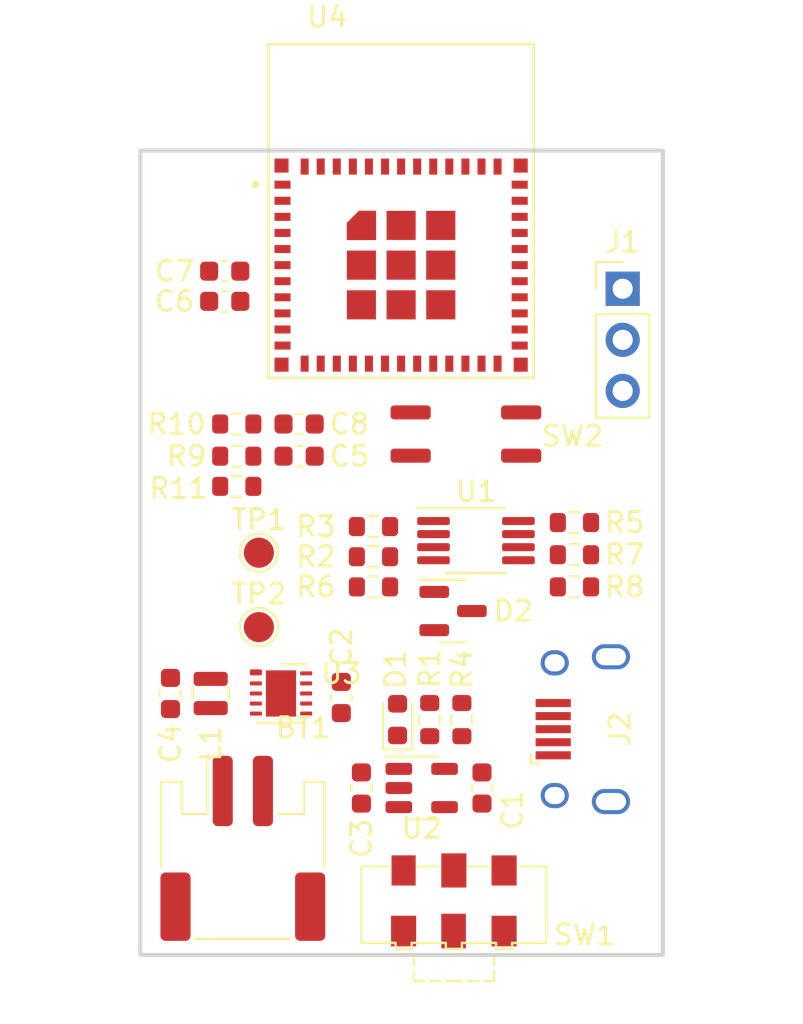
<source format=kicad_pcb>
(kicad_pcb (version 20211014) (generator pcbnew)
  (layers (0 "F.Cu" signal) (31 "B.Cu" signal) (34 "B.Paste" user) (35 "F.Paste" user) (36 "B.SilkS" user "B.Silkscreen") (37 "F.SilkS" user "F.Silkscreen") (38 "B.Mask" user) (39 "F.Mask" user) (44 "Edge.Cuts" user))
  (net 0 "")
  (net 1 "GND")
  (net 2 "+BATT")
  (net 3 "VCC")
  (net 4 "+3V3")
  (net 5 "Net-(C5-Pad1)")
  (net 6 "Net-(D1-Pad1)")
  (net 7 "Net-(D1-Pad2)")
  (net 8 "Net-(D2-Pad1)")
  (net 9 "TX")
  (net 10 "RX")
  (net 11 "USB_D-")
  (net 12 "USB_D+")
  (net 13 "Net-(L1-Pad1)")
  (net 14 "Net-(R1-Pad2)")
  (net 15 "Net-(R2-Pad2)")
  (net 16 "Net-(R5-Pad1)")
  (net 17 "Net-(R5-Pad2)")
  (net 18 "Net-(R7-Pad1)")
  (net 19 "Net-(R8-Pad1)")
  (net 20 "Net-(R10-Pad2)")
  (net 21 "Net-(R11-Pad1)")
  (net 22 "EN")
  (net 23 "Net-(SW2-Pad1)")
  (net 24 "BM_EN")
  (net 25 "BM")
  (footprint "Resistor_SMD:R_0603_1608Metric" (layer "F.Cu") (at 119.6 107.2)
    (fp_text reference "R2" (at -2.86 0) (layer "F.SilkS"))
    (fp_text value "2M")
    (fp_line (start -0.237258 0.5225) (end 0.237258 0.5225) (layer "F.SilkS") (width 0.12))
    (fp_line (start -0.237258 -0.5225) (end 0.237258 -0.5225) (layer "F.SilkS") (width 0.12))
    (pad "1" smd roundrect (at -0.825 0) (size 0.8 0.95) (layers "F.Cu" "F.Paste" "F.Mask") (net 2 "+BATT"))
    (pad "2" smd roundrect (at 0.825 0) (size 0.8 0.95) (layers "F.Cu" "F.Paste" "F.Mask") (net 15 "Net-(R2-Pad2)"))
  )
  (footprint "Capacitor_SMD:C_0603_1608Metric" (layer "F.Cu") (at 119 118.7 90)
    (fp_text reference "C3" (at -2.505 0 90) (layer "F.SilkS"))
    (fp_text value "4.7uF")
    (fp_line (start -0.14058 0.51) (end 0.14058 0.51) (layer "F.SilkS") (width 0.12))
    (fp_line (start -0.14058 -0.51) (end 0.14058 -0.51) (layer "F.SilkS") (width 0.12))
    (pad "1" smd roundrect (at -0.775 0 90) (size 0.9 0.95) (layers "F.Cu" "F.Paste" "F.Mask") (net 2 "+BATT"))
    (pad "2" smd roundrect (at 0.775 0 90) (size 0.9 0.95) (layers "F.Cu" "F.Paste" "F.Mask") (net 1 "GND"))
  )
  (footprint "Capacitor_SMD:C_0603_1608Metric" (layer "F.Cu") (at 112.2 94.5 180)
    (fp_text reference "C6" (at 2.5 0) (layer "F.SilkS"))
    (fp_text value "10uF")
    (fp_line (start -0.14058 0.51) (end 0.14058 0.51) (layer "F.SilkS") (width 0.12))
    (fp_line (start -0.14058 -0.51) (end 0.14058 -0.51) (layer "F.SilkS") (width 0.12))
    (pad "1" smd roundrect (at -0.775 0 180) (size 0.9 0.95) (layers "F.Cu" "F.Paste" "F.Mask") (net 4 "+3V3"))
    (pad "2" smd roundrect (at 0.775 0 180) (size 0.9 0.95) (layers "F.Cu" "F.Paste" "F.Mask") (net 1 "GND"))
  )
  (footprint "TestPoint:TestPoint_Pad_D1.5mm" (layer "F.Cu") (at 113.9 107)
    (fp_text reference "TP1" (at 0 -1.648) (layer "F.SilkS"))
    (fp_text value "reset")
    (fp_circle (center 0 0) (end 0 0.95) (layer "F.SilkS") (width 0.12) (fill none))
    (pad "1" smd circle (at 0 0) (size 1.5 1.5) (layers "F.Cu" "F.Mask") (net 5 "Net-(C5-Pad1)"))
  )
  (footprint "Library:USB_Micro_AdamTech_MCR-B-S-RA-SMT-CS14" (layer "F.Cu") (at 133.8675 115.775 90)
    (fp_text reference "J2" (at 0 -2 90 unlocked) (layer "F.SilkS"))
    (fp_text value "USB_B_Micro")
    (fp_line (start -1.7 -5.975) (end -1.7 -6.425) (layer "F.SilkS") (width 0.12))
    (fp_line (start -1.25 -6.425) (end -1.7 -6.425) (layer "F.SilkS") (width 0.12))
    (pad "" np_thru_hole circle (at 1.95 -4.35 90) (size 0.8 0.8) (drill 0.8) (layers F&B.Cu *.Mask))
    (pad "" np_thru_hole circle (at -1.95 -4.35 90) (size 0.8 0.8) (drill 0.8) (layers F&B.Cu *.Mask))
    (pad "1" smd rect (at -1.3 -5.325 90) (size 0.4 1.75) (layers "F.Cu" "F.Paste" "F.Mask") (net 3 "VCC"))
    (pad "2" smd rect (at -0.65 -5.325 90) (size 0.4 1.75) (layers "F.Cu" "F.Paste" "F.Mask") (net 11 "USB_D-"))
    (pad "3" smd rect (at 0 -5.325 90) (size 0.4 1.75) (layers "F.Cu" "F.Paste" "F.Mask") (net 12 "USB_D+"))
    (pad "4" smd rect (at 0.65 -5.325 90) (size 0.4 1.75) (layers "F.Cu" "F.Paste" "F.Mask") (net 1 "GND"))
    (pad "5" smd rect (at 1.3 -5.325 90) (size 0.4 1.75) (layers "F.Cu" "F.Paste" "F.Mask") (net 1 "GND"))
    (pad "6" thru_hole oval (at 3.6 -2.45 90) (size 1.25 1.9) (drill oval 0.85 1.5) (layers *.Cu *.Mask) (net 1 "GND"))
    (pad "6" thru_hole oval (at 3.3 -5.25 90) (size 1.25 1.4) (drill oval 0.85 1) (layers *.Cu *.Mask) (net 1 "GND"))
    (pad "6" thru_hole oval (at -3.3 -5.25 90) (size 1.25 1.4) (drill oval 0.85 1) (layers *.Cu *.Mask) (net 1 "GND"))
    (pad "6" thru_hole oval (at -3.6 -2.45 90) (size 1.25 1.9) (drill oval 0.85 1.5) (layers *.Cu *.Mask) (net 1 "GND"))
  )
  (footprint "Capacitor_SMD:C_0603_1608Metric" (layer "F.Cu") (at 125 118.7 -90)
    (fp_text reference "C1" (at 1.1 -1.5 90) (layer "F.SilkS"))
    (fp_text value "4.7uF")
    (fp_line (start -0.14058 0.51) (end 0.14058 0.51) (layer "F.SilkS") (width 0.12))
    (fp_line (start -0.14058 -0.51) (end 0.14058 -0.51) (layer "F.SilkS") (width 0.12))
    (pad "1" smd roundrect (at -0.775 0 270) (size 0.9 0.95) (layers "F.Cu" "F.Paste" "F.Mask") (net 3 "VCC"))
    (pad "2" smd roundrect (at 0.775 0 270) (size 0.9 0.95) (layers "F.Cu" "F.Paste" "F.Mask") (net 1 "GND"))
  )
  (footprint "Library:L_Murata_DEF20160P-xxxM=P2_2.0x1.6mm" (layer "F.Cu") (at 111.5 114 -90)
    (fp_text reference "L1" (at 2.5 0 90 unlocked) (layer "F.SilkS"))
    (fp_text value "2.2uH")
    (fp_line (start -0.3 0.9) (end 0.3 0.9) (layer "F.SilkS") (width 0.12))
    (fp_line (start -0.3 -0.9) (end 0.3 -0.9) (layer "F.SilkS") (width 0.12))
    (pad "1" smd roundrect (at 0.725 0 270) (size 0.7 1.7) (layers "F.Cu" "F.Paste" "F.Mask") (net 13 "Net-(L1-Pad1)"))
    (pad "2" smd roundrect (at -0.725 0 270) (size 0.7 1.7) (layers "F.Cu" "F.Paste" "F.Mask") (net 4 "+3V3"))
  )
  (footprint "Package_TO_SOT_SMD:SOT-23-5" (layer "F.Cu") (at 122 118.7)
    (fp_text reference "U2" (at 0 2) (layer "F.SilkS"))
    (fp_text value "MCP73831-2-OT")
    (fp_line (start 0 1.56) (end -0.8 1.56) (layer "F.SilkS") (width 0.12))
    (fp_line (start 0 -1.56) (end -1.8 -1.56) (layer "F.SilkS") (width 0.12))
    (fp_line (start 0 1.56) (end 0.8 1.56) (layer "F.SilkS") (width 0.12))
    (fp_line (start 0 -1.56) (end 0.8 -1.56) (layer "F.SilkS") (width 0.12))
    (pad "1" smd roundrect (at -1.1375 -0.95) (size 1.325 0.6) (layers "F.Cu" "F.Paste" "F.Mask") (net 6 "Net-(D1-Pad1)"))
    (pad "2" smd roundrect (at -1.1375 0) (size 1.325 0.6) (layers "F.Cu" "F.Paste" "F.Mask") (net 1 "GND"))
    (pad "3" smd roundrect (at -1.1375 0.95) (size 1.325 0.6) (layers "F.Cu" "F.Paste" "F.Mask") (net 2 "+BATT"))
    (pad "4" smd roundrect (at 1.1375 0.95) (size 1.325 0.6) (layers "F.Cu" "F.Paste" "F.Mask") (net 3 "VCC"))
    (pad "5" smd roundrect (at 1.1375 -0.95) (size 1.325 0.6) (layers "F.Cu" "F.Paste" "F.Mask") (net 14 "Net-(R1-Pad2)"))
  )
  (footprint "Package_TO_SOT_SMD:SOT-23" (layer "F.Cu") (at 123.56 109.9)
    (fp_text reference "D2" (at 3 0) (layer "F.SilkS"))
    (fp_text value "2.5v")
    (fp_line (start 0 -1.56) (end -1.675 -1.56) (layer "F.SilkS") (width 0.12))
    (fp_line (start 0 1.56) (end 0.65 1.56) (layer "F.SilkS") (width 0.12))
    (fp_line (start 0 1.56) (end -0.65 1.56) (layer "F.SilkS") (width 0.12))
    (fp_line (start 0 -1.56) (end 0.65 -1.56) (layer "F.SilkS") (width 0.12))
    (pad "1" smd roundrect (at -0.9375 -0.95) (size 1.475 0.6) (layers "F.Cu" "F.Paste" "F.Mask") (net 8 "Net-(D2-Pad1)"))
    (pad "2" smd roundrect (at -0.9375 0.95) (size 1.475 0.6) (layers "F.Cu" "F.Paste" "F.Mask") (net 1 "GND"))
    (pad "3" smd roundrect (at 0.9375 0) (size 1.475 0.6) (layers "F.Cu" "F.Paste" "F.Mask"))
  )
  (footprint "Resistor_SMD:R_0603_1608Metric" (layer "F.Cu") (at 119.6 108.7 180)
    (fp_text reference "R6" (at 2.86 0) (layer "F.SilkS"))
    (fp_text value "13.7k")
    (fp_line (start -0.237258 -0.5225) (end 0.237258 -0.5225) (layer "F.SilkS") (width 0.12))
    (fp_line (start -0.237258 0.5225) (end 0.237258 0.5225) (layer "F.SilkS") (width 0.12))
    (pad "1" smd roundrect (at -0.825 0 180) (size 0.8 0.95) (layers "F.Cu" "F.Paste" "F.Mask") (net 8 "Net-(D2-Pad1)"))
    (pad "2" smd roundrect (at 0.825 0 180) (size 0.8 0.95) (layers "F.Cu" "F.Paste" "F.Mask") (net 2 "+BATT"))
  )
  (footprint "SnapEDA Library:XCVR_ESP32-C3-MINI-1-N4" (layer "F.Cu") (at 120.975 90)
    (fp_text reference "U4" (at -3.675 -9.635) (layer "F.SilkS"))
    (fp_text value "ESP32-C3-MINI-1-N4")
    (fp_line (start -6.6 -8.3) (end 6.6 -8.3) (layer "F.SilkS") (width 0.127))
    (fp_line (start 6.6 -8.3) (end 6.6 8.3) (layer "F.SilkS") (width 0.127))
    (fp_line (start -6.6 8.3) (end -6.6 -8.3) (layer "F.SilkS") (width 0.127))
    (fp_line (start -6.6 8.3) (end 6.6 8.3) (layer "F.SilkS") (width 0.127))
    (fp_circle (center -7.25 -1.3) (end -7.15 -1.3) (layer "F.SilkS") (width 0.2) (fill none))
    (pad "1" smd rect (at -5.9 -1.3) (size 0.8 0.4) (layers "F.Cu" "F.Paste" "F.Mask") (net 1 "GND"))
    (pad "2" smd rect (at -5.9 -0.5) (size 0.8 0.4) (layers "F.Cu" "F.Paste" "F.Mask") (net 1 "GND"))
    (pad "3" smd rect (at -5.9 0.3) (size 0.8 0.4) (layers "F.Cu" "F.Paste" "F.Mask") (net 4 "+3V3"))
    (pad "4" smd rect (at -5.9 1.1) (size 0.8 0.4) (layers "F.Cu" "F.Paste" "F.Mask"))
    (pad "5" smd rect (at -5.9 1.9) (size 0.8 0.4) (layers "F.Cu" "F.Paste" "F.Mask") (net 20 "Net-(R10-Pad2)"))
    (pad "6" smd rect (at -5.9 2.7) (size 0.8 0.4) (layers "F.Cu" "F.Paste" "F.Mask") (net 25 "BM"))
    (pad "7" smd rect (at -5.9 3.5) (size 0.8 0.4) (layers "F.Cu" "F.Paste" "F.Mask"))
    (pad "8" smd rect (at -5.9 4.3) (size 0.8 0.4) (layers "F.Cu" "F.Paste" "F.Mask") (net 5 "Net-(C5-Pad1)"))
    (pad "9" smd rect (at -5.9 5.1) (size 0.8 0.4) (layers "F.Cu" "F.Paste" "F.Mask"))
    (pad "10" smd rect (at -5.9 5.9) (size 0.8 0.4) (layers "F.Cu" "F.Paste" "F.Mask"))
    (pad "11" smd rect (at -5.9 6.7) (size 0.8 0.4) (layers "F.Cu" "F.Paste" "F.Mask") (net 1 "GND"))
    (pad "12" smd rect (at -4.8 7.6) (size 0.4 0.8) (layers "F.Cu" "F.Paste" "F.Mask"))
    (pad "13" smd rect (at -4 7.6) (size 0.4 0.8) (layers "F.Cu" "F.Paste" "F.Mask"))
    (pad "14" smd rect (at -3.2 7.6) (size 0.4 0.8) (layers "F.Cu" "F.Paste" "F.Mask") (net 1 "GND"))
    (pad "15" smd rect (at -2.4 7.6) (size 0.4 0.8) (layers "F.Cu" "F.Paste" "F.Mask"))
    (pad "16" smd rect (at -1.6 7.6) (size 0.4 0.8) (layers "F.Cu" "F.Paste" "F.Mask") (net 24 "BM_EN"))
    (pad "17" smd rect (at -0.8 7.6) (size 0.4 0.8) (layers "F.Cu" "F.Paste" "F.Mask"))
    (pad "18" smd rect (at 0 7.6) (size 0.4 0.8) (layers "F.Cu" "F.Paste" "F.Mask"))
    (pad "19" smd rect (at 0.8 7.6) (size 0.4 0.8) (layers "F.Cu" "F.Paste" "F.Mask"))
    (pad "20" smd rect (at 1.6 7.6) (size 0.4 0.8) (layers "F.Cu" "F.Paste" "F.Mask"))
    (pad "21" smd rect (at 2.4 7.6) (size 0.4 0.8) (layers "F.Cu" "F.Paste" "F.Mask"))
    (pad "22" smd rect (at 3.2 7.6) (size 0.4 0.8) (layers "F.Cu" "F.Paste" "F.Mask") (net 21 "Net-(R11-Pad1)"))
    (pad "23" smd rect (at 4 7.6) (size 0.4 0.8) (layers "F.Cu" "F.Paste" "F.Mask") (net 23 "Net-(SW2-Pad1)"))
    (pad "24" smd rect (at 4.8 7.6) (size 0.4 0.8) (layers "F.Cu" "F.Paste" "F.Mask"))
    (pad "25" smd rect (at 5.9 6.7) (size 0.8 0.4) (layers "F.Cu" "F.Paste" "F.Mask"))
    (pad "26" smd rect (at 5.9 5.9) (size 0.8 0.4) (layers "F.Cu" "F.Paste" "F.Mask") (net 11 "USB_D-"))
    (pad "27" smd rect (at 5.9 5.1) (size 0.8 0.4) (layers "F.Cu" "F.Paste" "F.Mask") (net 12 "USB_D+"))
    (pad "28" smd rect (at 5.9 4.3) (size 0.8 0.4) (layers "F.Cu" "F.Paste" "F.Mask"))
    (pad "29" smd rect (at 5.9 3.5) (size 0.8 0.4) (layers "F.Cu" "F.Paste" "F.Mask"))
    (pad "30" smd rect (at 5.9 2.7) (size 0.8 0.4) (layers "F.Cu" "F.Paste" "F.Mask") (net 10 "RX"))
    (pad "31" smd rect (at 5.9 1.9) (size 0.8 0.4) (layers "F.Cu" "F.Paste" "F.Mask") (net 9 "TX"))
    (pad "32" smd rect (at 5.9 1.1) (size 0.8 0.4) (layers "F.Cu" "F.Paste" "F.Mask"))
    (pad "33" smd rect (at 5.9 0.3) (size 0.8 0.4) (layers "F.Cu" "F.Paste" "F.Mask"))
    (pad "34" smd rect (at 5.9 -0.5) (size 0.8 0.4) (layers "F.Cu" "F.Paste" "F.Mask"))
    (pad "35" smd rect (at 5.9 -1.3) (size 0.8 0.4) (layers "F.Cu" "F.Paste" "F.Mask"))
    (pad "36" smd rect (at 4.8 -2.2) (size 0.4 0.8) (layers "F.Cu" "F.Paste" "F.Mask") (net 1 "GND"))
    (pad "37" smd rect (at 4 -2.2) (size 0.4 0.8) (layers "F.Cu" "F.Paste" "F.Mask") (net 1 "GND"))
    (pad "38" smd rect (at 3.2 -2.2) (size 0.4 0.8) (layers "F.Cu" "F.Paste" "F.Mask") (net 1 "GND"))
    (pad "39" smd rect (at 2.4 -2.2) (size 0.4 0.8) (layers "F.Cu" "F.Paste" "F.Mask") (net 1 "GND"))
    (pad "40" smd rect (at 1.6 -2.2) (size 0.4 0.8) (layers "F.Cu" "F.Paste" "F.Mask") (net 1 "GND"))
    (pad "41" smd rect (at 0.8 -2.2) (size 0.4 0.8) (layers "F.Cu" "F.Paste" "F.Mask") (net 1 "GND"))
    (pad "42" smd rect (at 0 -2.2) (size 0.4 0.8) (layers "F.Cu" "F.Paste" "F.Mask") (net 1 "GND"))
    (pad "43" smd rect (at -0.8 -2.2) (size 0.4 0.8) (layers "F.Cu" "F.Paste" "F.Mask") (net 1 "GND"))
    (pad "44" smd rect (at -1.6 -2.2) (size 0.4 0.8) (layers "F.Cu" "F.Paste" "F.Mask") (net 1 "GND"))
    (pad "45" smd rect (at -2.4 -2.2) (size 0.4 0.8) (layers "F.Cu" "F.Paste" "F.Mask") (net 1 "GND"))
    (pad "46" smd rect (at -3.2 -2.2) (size 0.4 0.8) (layers "F.Cu" "F.Paste" "F.Mask") (net 1 "GND"))
    (pad "47" smd rect (at -4 -2.2) (size 0.4 0.8) (layers "F.Cu" "F.Paste" "F.Mask") (net 1 "GND"))
    (pad "48" smd rect (at -4.8 -2.2) (size 0.4 0.8) (layers "F.Cu" "F.Paste" "F.Mask") (net 1 "GND"))
    (pad "49_1" smd custom (at -1.975 0.725) (size 0.6 0.6) (layers "F.Cu") (net 1 "GND") (options (clearance outline) (anchor rect)) (primitives (gr_poly (pts (xy 0.725 0.725) (xy -0.725 0.725) (xy -0.725 -0.125) (xy -0.125 -0.725) (xy 0.725 -0.725)) (width 0.01) (fill yes))))
    (pad "49_2" smd rect (at 0 0.725) (size 1.45 1.45) (layers "F.Cu" "F.Paste" "F.Mask") (net 1 "GND"))
    (pad "49_3" smd rect (at 1.975 0.725) (size 1.45 1.45) (layers "F.Cu" "F.Paste" "F.Mask") (net 1 "GND"))
    (pad "49_4" smd rect (at 1.975 2.7) (size 1.45 1.45) (layers "F.Cu" "F.Paste" "F.Mask") (net 1 "GND"))
    (pad "49_5" smd rect (at 1.975 4.675) (size 1.45 1.45) (layers "F.Cu" "F.Paste" "F.Mask") (net 1 "GND"))
    (pad "49_6" smd rect (at 0 4.675) (size 1.45 1.45) (layers "F.Cu" "F.Paste" "F.Mask") (net 1 "GND"))
    (pad "49_7" smd rect (at -1.975 4.675) (size 1.45 1.45) (layers "F.Cu" "F.Paste" "F.Mask") (net 1 "GND"))
    (pad "49_8" smd rect (at -1.975 2.7) (size 1.45 1.45) (layers "F.Cu" "F.Paste" "F.Mask") (net 1 "GND"))
    (pad "49_9" smd rect (at 0 2.7) (size 1.45 1.45) (layers "F.Cu" "F.Paste" "F.Mask") (net 1 "GND"))
    (pad "50" smd rect (at 5.95 -2.25) (size 0.7 0.7) (layers "F.Cu" "F.Paste" "F.Mask") (net 1 "GND"))
    (pad "51" smd rect (at 5.95 7.65) (size 0.7 0.7) (layers "F.Cu" "F.Paste" "F.Mask") (net 1 "GND"))
    (pad "52" smd rect (at -5.95 7.65) (size 0.7 0.7) (layers "F.Cu" "F.Paste" "F.Mask") (net 1 "GND"))
    (pad "53" smd rect (at -5.95 -2.25) (size 0.7 0.7) (layers "F.Cu" "F.Paste" "F.Mask") (net 1 "GND"))
  )
  (footprint "Capacitor_SMD:C_0603_1608Metric" (layer "F.Cu") (at 115.9 102.2)
    (fp_text reference "C5" (at 2.5 0) (layer "F.SilkS"))
    (fp_text value "1uF")
    (fp_line (start -0.14058 -0.51) (end 0.14058 -0.51) (layer "F.SilkS") (width 0.12))
    (fp_line (start -0.14058 0.51) (end 0.14058 0.51) (layer "F.SilkS") (width 0.12))
    (pad "1" smd roundrect (at -0.775 0) (size 0.9 0.95) (layers "F.Cu" "F.Paste" "F.Mask") (net 5 "Net-(C5-Pad1)"))
    (pad "2" smd roundrect (at 0.775 0) (size 0.9 0.95) (layers "F.Cu" "F.Paste" "F.Mask") (net 1 "GND"))
  )
  (footprint "Library:SW_SPDT_CK-JS202011JAQN" (layer "F.Cu") (at 123.6 124.5)
    (fp_text reference "SW1" (at 6.5 1.5 unlocked) (layer "F.SilkS"))
    (fp_text value "power enable")
    (fp_line (start -2.9 1.9) (end -4.6 1.9) (layer "F.SilkS") (width 0.12))
    (fp_line (start 2.9 1.9) (end 2.9 2.2) (layer "F.SilkS") (width 0.12))
    (fp_line (start 2 3.8) (end 2 3.3) (layer "F.SilkS") (width 0.12))
    (fp_line (start -2 3) (end -2 2.5) (layer "F.SilkS") (width 0.12))
    (fp_line (start -4.6 1.9) (end -4.6 1.9) (layer "F.SilkS") (width 0.12))
    (fp_line (start 0.4 1.9) (end 0.4 2.2) (layer "F.SilkS") (width 0.12))
    (fp_line (start -0.4 2.2) (end -0.4 1.9) (layer "F.SilkS") (width 0.12))
    (fp_line (start 0.4 2.2) (end -0.4 2.2) (layer "F.SilkS") (width 0.12))
    (fp_line (start 0.7 3.8) (end 0.7 3.8) (layer "F.SilkS") (width 0.12))
    (fp_line (start -2 3.8) (end -1.5 3.8) (layer "F.SilkS") (width 0.12))
    (fp_line (start -4.6 -1.9) (end -3.2 -1.9) (layer "F.SilkS") (width 0.12))
    (fp_line (start -1.8 -1.9) (end -1.8 -1.9) (layer "F.SilkS") (width 0.12))
    (fp_line (start 3.2 -1.9) (end 4.6 -1.9) (layer "F.SilkS") (width 0.12))
    (fp_line (start 2 3) (end 2 2.5) (layer "F.SilkS") (width 0.12))
    (fp_line (start -0.4 3.8) (end -0.4 3.8) (layer "F.SilkS") (width 0.12))
    (fp_line (start -0.7 -1.9) (end -1.8 -1.9) (layer "F.SilkS") (width 0.12))
    (fp_line (start -1.2 3.8) (end -0.7 3.8) (layer "F.SilkS") (width 0.12))
    (fp_line (start 2.9 2.2) (end 2.1 2.2) (layer "F.SilkS") (width 0.12))
    (fp_line (start -2 2.5) (end -2 2.5) (layer "F.SilkS") (width 0.12))
    (fp_line (start 1.8 -1.9) (end 0.7 -1.9) (layer "F.SilkS") (width 0.12))
    (fp_line (start -1.5 3.8) (end -1.5 3.8) (layer "F.SilkS") (width 0.12))
    (fp_line (start -2 3.8) (end -2 3.3) (layer "F.SilkS") (width 0.12))
    (fp_line (start -2 3.3) (end -2 3.3) (layer "F.SilkS") (width 0.12))
    (fp_line (start -2.9 2.2) (end -2.9 1.9) (layer "F.SilkS") (width 0.12))
    (fp_line (start -2.1 2.2) (end -2.9 2.2) (layer "F.SilkS") (width 0.12))
    (fp_line (start 2 3.3) (end 2 3.3) (layer "F.SilkS") (width 0.12))
    (fp_line (start 2.1 1.9) (end 0.4 1.9) (layer "F.SilkS") (width 0.12))
    (fp_line (start -0.4 1.9) (end -2.1 1.9) (layer "F.SilkS") (width 0.12))
    (fp_line (start -0.7 3.8) (end -0.7 3.8) (layer "F.SilkS") (width 0.12))
    (fp_line (start 2.1 2.2) (end 2.1 1.9) (layer "F.SilkS") (width 0.12))
    (fp_line (start 1.2 3.8) (end 0.7 3.8) (layer "F.SilkS") (width 0.12))
    (fp_line (start 2 3.8) (end 1.5 3.8) (layer "F.SilkS") (width 0.12))
    (fp_line (start 4.6 1.9) (end 2.9 1.9) (layer "F.SilkS") (width 0.12))
    (fp_line (start 0.4 3.8) (end -0.4 3.8) (layer "F.SilkS") (width 0.12))
    (fp_line (start 4.6 -1.9) (end 4.6 1.9) (layer "F.SilkS") (width 0.12))
    (fp_line (start -4.6 1.9) (end -4.6 -1.9) (layer "F.SilkS") (width 0.12))
    (fp_line (start 1.5 3.8) (end 1.5 3.8) (layer "F.SilkS") (width 0.12))
    (fp_line (start 2 2.5) (end 2 2.5) (layer "F.SilkS") (width 0.12))
    (fp_line (start 0.7 -1.9) (end 0.7 -1.9) (layer "F.SilkS") (width 0.12))
    (fp_line (start -2.1 1.9) (end -2.1 2.2) (layer "F.SilkS") (width 0.12))
    (pad "" np_thru_hole circle (at -3.4 0) (size 0.9 0.9) (drill 0.9) (layers *.Cu *.Mask))
    (pad "" np_thru_hole circle (at 3.4 0) (size 0.9 0.9) (drill 0.9) (layers F&B.Cu *.Mask))
    (pad "1" smd rect (at -2.5 -1.7) (size 1.2 1.5) (layers "F.Cu" "F.Paste" "F.Mask") (net 19 "Net-(R8-Pad1)"))
    (pad "2" smd rect (at 0 -1.7) (size 1.25 1.7) (layers "F.Cu" "F.Paste" "F.Mask") (net 22 "EN"))
    (pad "3" smd rect (at 2.5 -1.7) (size 1.25 1.5) (layers "F.Cu" "F.Paste" "F.Mask") (net 1 "GND"))
    (pad "4" smd rect (at -2.5 1.3125) (size 1.25 1.525) (layers "F.Cu" "F.Paste" "F.Mask"))
    (pad "5" smd rect (at -0.0125 1.3125) (size 1.225 1.725) (layers "F.Cu" "F.Paste" "F.Mask"))
    (pad "6" smd rect (at 2.5 1.3125) (size 1.25 1.525) (layers "F.Cu" "F.Paste" "F.Mask"))
  )
  (footprint "Connector_PinHeader_2.54mm:PinHeader_1x03_P2.54mm_Vertical" (layer "F.Cu") (at 132 93.875)
    (fp_text reference "J1" (at 0 -2.33) (layer "F.SilkS"))
    (fp_text value "UART")
    (fp_line (start -1.33 -1.33) (end 0 -1.33) (layer "F.SilkS") (width 0.12))
    (fp_line (start -1.33 0) (end -1.33 -1.33) (layer "F.SilkS") (width 0.12))
    (fp_line (start 1.33 1.27) (end 1.33 6.41) (layer "F.SilkS") (width 0.12))
    (fp_line (start -1.33 1.27) (end 1.33 1.27) (layer "F.SilkS") (width 0.12))
    (fp_line (start -1.33 1.27) (end -1.33 6.41) (layer "F.SilkS") (width 0.12))
    (fp_line (start -1.33 6.41) (end 1.33 6.41) (layer "F.SilkS") (width 0.12))
    (pad "1" thru_hole rect (at 0 0) (size 1.7 1.7) (drill 1) (layers *.Cu *.Mask) (net 9 "TX"))
    (pad "2" thru_hole oval (at 0 2.54) (size 1.7 1.7) (drill 1) (layers *.Cu *.Mask) (net 10 "RX"))
    (pad "3" thru_hole oval (at 0 5.08) (size 1.7 1.7) (drill 1) (layers *.Cu *.Mask) (net 1 "GND"))
  )
  (footprint "Resistor_SMD:R_0603_1608Metric" (layer "F.Cu") (at 112.8 102.2)
    (fp_text reference "R9" (at -2.5 0) (layer "F.SilkS"))
    (fp_text value "10K")
    (fp_line (start -0.237258 -0.5225) (end 0.237258 -0.5225) (layer "F.SilkS") (width 0.12))
    (fp_line (start -0.237258 0.5225) (end 0.237258 0.5225) (layer "F.SilkS") (width 0.12))
    (pad "1" smd roundrect (at -0.825 0) (size 0.8 0.95) (layers "F.Cu" "F.Paste" "F.Mask") (net 4 "+3V3"))
    (pad "2" smd roundrect (at 0.825 0) (size 0.8 0.95) (layers "F.Cu" "F.Paste" "F.Mask") (net 5 "Net-(C5-Pad1)"))
  )
  (footprint "Package_SO:MSOP-8_3x3mm_P0.65mm" (layer "F.Cu") (at 124.7 106.4)
    (fp_text reference "U1" (at 0 -2.45) (layer "F.SilkS"))
    (fp_text value "BU7266")
    (fp_line (start 0 1.61) (end -1.5 1.61) (layer "F.SilkS") (width 0.12))
    (fp_line (start 0 -1.61) (end 1.5 -1.61) (layer "F.SilkS") (width 0.12))
    (fp_line (start 0 1.61) (end 1.5 1.61) (layer "F.SilkS") (width 0.12))
    (fp_line (start 0 -1.61) (end -2.925 -1.61) (layer "F.SilkS") (width 0.12))
    (pad "1" smd roundrect (at -2.1125 -0.975) (size 1.625 0.4) (layers "F.Cu" "F.Paste" "F.Mask") (net 16 "Net-(R5-Pad1)"))
    (pad "2" smd roundrect (at -2.1125 -0.325) (size 1.625 0.4) (layers "F.Cu" "F.Paste" "F.Mask") (net 16 "Net-(R5-Pad1)"))
    (pad "3" smd roundrect (at -2.1125 0.325) (size 1.625 0.4) (layers "F.Cu" "F.Paste" "F.Mask") (net 15 "Net-(R2-Pad2)"))
    (pad "4" smd roundrect (at -2.1125 0.975) (size 1.625 0.4) (layers "F.Cu" "F.Paste" "F.Mask") (net 1 "GND"))
    (pad "5" smd roundrect (at 2.1125 0.975) (size 1.625 0.4) (layers "F.Cu" "F.Paste" "F.Mask") (net 17 "Net-(R5-Pad2)"))
    (pad "6" smd roundrect (at 2.1125 0.325) (size 1.625 0.4) (layers "F.Cu" "F.Paste" "F.Mask") (net 8 "Net-(D2-Pad1)"))
    (pad "7" smd roundrect (at 2.1125 -0.325) (size 1.625 0.4) (layers "F.Cu" "F.Paste" "F.Mask") (net 18 "Net-(R7-Pad1)"))
    (pad "8" smd roundrect (at 2.1125 -0.975) (size 1.625 0.4) (layers "F.Cu" "F.Paste" "F.Mask") (net 2 "+BATT"))
  )
  (footprint "Capacitor_SMD:C_0603_1608Metric" (layer "F.Cu") (at 109.5 114 -90)
    (fp_text reference "C4" (at 2.5 0 90) (layer "F.SilkS"))
    (fp_text value "22uF")
    (fp_line (start -0.14058 0.51) (end 0.14058 0.51) (layer "F.SilkS") (width 0.12))
    (fp_line (start -0.14058 -0.51) (end 0.14058 -0.51) (layer "F.SilkS") (width 0.12))
    (pad "1" smd roundrect (at -0.775 0 270) (size 0.9 0.95) (layers "F.Cu" "F.Paste" "F.Mask") (net 4 "+3V3"))
    (pad "2" smd roundrect (at 0.775 0 270) (size 0.9 0.95) (layers "F.Cu" "F.Paste" "F.Mask") (net 1 "GND"))
  )
  (footprint "Resistor_SMD:R_0603_1608Metric" (layer "F.Cu") (at 112.8 103.7 180)
    (fp_text reference "R11" (at 2.9 -0.1) (layer "F.SilkS"))
    (fp_text value "10K")
    (fp_line (start -0.237258 0.5225) (end 0.237258 0.5225) (layer "F.SilkS") (width 0.12))
    (fp_line (start -0.237258 -0.5225) (end 0.237258 -0.5225) (layer "F.SilkS") (width 0.12))
    (pad "1" smd roundrect (at -0.825 0 180) (size 0.8 0.95) (layers "F.Cu" "F.Paste" "F.Mask") (net 21 "Net-(R11-Pad1)"))
    (pad "2" smd roundrect (at 0.825 0 180) (size 0.8 0.95) (layers "F.Cu" "F.Paste" "F.Mask") (net 4 "+3V3"))
  )
  (footprint "MountingHole:MountingHole_2.2mm_M2" (layer "F.Cu") (at 131.5 89.5)
    (fp_text reference "REF**" hide)
    (fp_text value "MountingHole_2.2mm_M2")
    (pad "" np_thru_hole circle (at 0 0) (size 2.2 2.2) (drill 2.2) (layers *.Cu *.Mask))
  )
  (footprint "Capacitor_SMD:C_0603_1608Metric" (layer "F.Cu") (at 115.9 100.6)
    (fp_text reference "C8" (at 2.5 0) (layer "F.SilkS"))
    (fp_text value "100nF")
    (fp_line (start -0.14058 0.51) (end 0.14058 0.51) (layer "F.SilkS") (width 0.12))
    (fp_line (start -0.14058 -0.51) (end 0.14058 -0.51) (layer "F.SilkS") (width 0.12))
    (pad "1" smd roundrect (at -0.775 0) (size 0.9 0.95) (layers "F.Cu" "F.Paste" "F.Mask") (net 25 "BM"))
    (pad "2" smd roundrect (at 0.775 0) (size 0.9 0.95) (layers "F.Cu" "F.Paste" "F.Mask") (net 1 "GND"))
  )
  (footprint "Resistor_SMD:R_0603_1608Metric" (layer "F.Cu") (at 129.6 105.5)
    (fp_text reference "R5" (at 2.5 0) (layer "F.SilkS"))
    (fp_text value "100k")
    (fp_line (start -0.237258 -0.5225) (end 0.237258 -0.5225) (layer "F.SilkS") (width 0.12))
    (fp_line (start -0.237258 0.5225) (end 0.237258 0.5225) (layer "F.SilkS") (width 0.12))
    (pad "1" smd roundrect (at -0.825 0) (size 0.8 0.95) (layers "F.Cu" "F.Paste" "F.Mask") (net 16 "Net-(R5-Pad1)"))
    (pad "2" smd roundrect (at 0.825 0) (size 0.8 0.95) (layers "F.Cu" "F.Paste" "F.Mask") (net 17 "Net-(R5-Pad2)"))
  )
  (footprint "Diode_SMD:D_0603_1608Metric" (layer "F.Cu") (at 120.8 115.3 90)
    (fp_text reference "D1" (at 2.5 -0.1 90) (layer "F.SilkS"))
    (fp_text value "Charging")
    (fp_line (start -1.485 -0.735) (end -1.485 0.735) (layer "F.SilkS") (width 0.12))
    (fp_line (start 0.8 -0.735) (end -1.485 -0.735) (layer "F.SilkS") (width 0.12))
    (fp_line (start -1.485 0.735) (end 0.8 0.735) (layer "F.SilkS") (width 0.12))
    (pad "1" smd roundrect (at -0.7875 0 90) (size 0.875 0.95) (layers "F.Cu" "F.Paste" "F.Mask") (net 6 "Net-(D1-Pad1)"))
    (pad "2" smd roundrect (at 0.7875 0 90) (size 0.875 0.95) (layers "F.Cu" "F.Paste" "F.Mask") (net 7 "Net-(D1-Pad2)"))
  )
  (footprint "Resistor_SMD:R_0603_1608Metric" (layer "F.Cu") (at 124 115.3 90)
    (fp_text reference "R4" (at 2.5 0 90) (layer "F.SilkS"))
    (fp_text value "560")
    (fp_line (start -0.237258 -0.5225) (end 0.237258 -0.5225) (layer "F.SilkS") (width 0.12))
    (fp_line (start -0.237258 0.5225) (end 0.237258 0.5225) (layer "F.SilkS") (width 0.12))
    (pad "1" smd roundrect (at -0.825 0 90) (size 0.8 0.95) (layers "F.Cu" "F.Paste" "F.Mask") (net 3 "VCC"))
    (pad "2" smd roundrect (at 0.825 0 90) (size 0.8 0.95) (layers "F.Cu" "F.Paste" "F.Mask") (net 7 "Net-(D1-Pad2)"))
  )
  (footprint "Library:SW_SPST_ck_PTS636" (layer "F.Cu") (at 124.2 101.1)
    (fp_text reference "SW2" (at 5.3 0.1 unlocked) (layer "F.SilkS"))
    (fp_text value "Boot option")
    (pad "1" smd roundrect (at -2.75 -1.075) (size 2 0.7) (layers "F.Cu" "F.Paste" "F.Mask") (net 23 "Net-(SW2-Pad1)"))
    (pad "1" smd roundrect (at 2.75 -1.075) (size 2 0.7) (layers "F.Cu" "F.Paste" "F.Mask") (net 23 "Net-(SW2-Pad1)"))
    (pad "2" smd roundrect (at 2.75 1.075) (size 2 0.7) (layers "F.Cu" "F.Paste" "F.Mask") (net 1 "GND"))
    (pad "2" smd roundrect (at -2.75 1.075) (size 2 0.7) (layers "F.Cu" "F.Paste" "F.Mask") (net 1 "GND"))
  )
  (footprint "MountingHole:MountingHole_2.2mm_M2" (layer "F.Cu") (at 131.5 124.5)
    (fp_text reference "REF**" hide)
    (fp_text value "MountingHole_2.2mm_M2")
    (pad "" np_thru_hole circle (at 0 0) (size 2.2 2.2) (drill 2.2) (layers F&B.Cu *.Mask))
  )
  (footprint "Resistor_SMD:R_0603_1608Metric" (layer "F.Cu") (at 122.4 115.3 -90)
    (fp_text reference "R1" (at -2.54 0 90) (layer "F.SilkS"))
    (fp_text value "2k")
    (fp_line (start -0.237258 0.5225) (end 0.237258 0.5225) (layer "F.SilkS") (width 0.12))
    (fp_line (start -0.237258 -0.5225) (end 0.237258 -0.5225) (layer "F.SilkS") (width 0.12))
    (pad "1" smd roundrect (at -0.825 0 270) (size 0.8 0.95) (layers "F.Cu" "F.Paste" "F.Mask") (net 1 "GND"))
    (pad "2" smd roundrect (at 0.825 0 270) (size 0.8 0.95) (layers "F.Cu" "F.Paste" "F.Mask") (net 14 "Net-(R1-Pad2)"))
  )
  (footprint "Resistor_SMD:R_0603_1608Metric" (layer "F.Cu") (at 129.6 107.1)
    (fp_text reference "R7" (at 2.5 0) (layer "F.SilkS"))
    (fp_text value "6.8M")
    (fp_line (start -0.237258 0.5225) (end 0.237258 0.5225) (layer "F.SilkS") (width 0.12))
    (fp_line (start -0.237258 -0.5225) (end 0.237258 -0.5225) (layer "F.SilkS") (width 0.12))
    (pad "1" smd roundrect (at -0.825 0) (size 0.8 0.95) (layers "F.Cu" "F.Paste" "F.Mask") (net 18 "Net-(R7-Pad1)"))
    (pad "2" smd roundrect (at 0.825 0) (size 0.8 0.95) (layers "F.Cu" "F.Paste" "F.Mask") (net 17 "Net-(R5-Pad2)"))
  )
  (footprint "Capacitor_SMD:C_0603_1608Metric" (layer "F.Cu") (at 118 114.2 90)
    (fp_text reference "C2" (at 2.5 0 90) (layer "F.SilkS"))
    (fp_text value "10uF")
    (fp_line (start -0.14058 -0.51) (end 0.14058 -0.51) (layer "F.SilkS") (width 0.12))
    (fp_line (start -0.14058 0.51) (end 0.14058 0.51) (layer "F.SilkS") (width 0.12))
    (pad "1" smd roundrect (at -0.775 0 90) (size 0.9 0.95) (layers "F.Cu" "F.Paste" "F.Mask") (net 2 "+BATT"))
    (pad "2" smd roundrect (at 0.775 0 90) (size 0.9 0.95) (layers "F.Cu" "F.Paste" "F.Mask") (net 1 "GND"))
  )
  (footprint "Resistor_SMD:R_0603_1608Metric" (layer "F.Cu") (at 112.8 100.6)
    (fp_text reference "R10" (at -3 0) (layer "F.SilkS"))
    (fp_text value "10K")
    (fp_line (start -0.237258 -0.5225) (end 0.237258 -0.5225) (layer "F.SilkS") (width 0.12))
    (fp_line (start -0.237258 0.5225) (end 0.237258 0.5225) (layer "F.SilkS") (width 0.12))
    (pad "1" smd roundrect (at -0.825 0) (size 0.8 0.95) (layers "F.Cu" "F.Paste" "F.Mask") (net 4 "+3V3"))
    (pad "2" smd roundrect (at 0.825 0) (size 0.8 0.95) (layers "F.Cu" "F.Paste" "F.Mask") (net 20 "Net-(R10-Pad2)"))
  )
  (footprint "MountingHole:MountingHole_2.2mm_M2" (layer "F.Cu") (at 110.5 89.5)
    (fp_text reference "REF**" hide)
    (fp_text value "MountingHole_2.2mm_M2")
    (pad "" np_thru_hole circle (at 0 0) (size 2.2 2.2) (drill 2.2) (layers *.Cu *.Mask))
  )
  (footprint "Connector_JST:JST_PH_S2B-PH-SM4-TB_1x02-1MP_P2.00mm_Horizontal" (layer "F.Cu") (at 113.1 121.7)
    (fp_text reference "BT1" (at 3 -6) (layer "F.SilkS"))
    (fp_text value "Battery_Cell")
    (fp_line (start -3.04 -1.71) (end -1.76 -1.71) (layer "F.SilkS") (width 0.12))
    (fp_line (start -2.34 4.51) (end 2.34 4.51) (layer "F.SilkS") (width 0.12))
    (fp_line (start 4.06 0.94) (end 4.06 -3.31) (layer "F.SilkS") (width 0.12))
    (fp_line (start 3.04 -3.31) (end 3.04 -1.71) (layer "F.SilkS") (width 0.12))
    (fp_line (start -4.06 0.94) (end -4.06 -3.31) (layer "F.SilkS") (width 0.12))
    (fp_line (start -3.04 -3.31) (end -3.04 -1.71) (layer "F.SilkS") (width 0.12))
    (fp_line (start -1.76 -1.71) (end -1.76 -4.6) (layer "F.SilkS") (width 0.12))
    (fp_line (start 4.06 -3.31) (end 3.04 -3.31) (layer "F.SilkS") (width 0.12))
    (fp_line (start -4.06 -3.31) (end -3.04 -3.31) (layer "F.SilkS") (width 0.12))
    (fp_line (start 3.04 -1.71) (end 1.76 -1.71) (layer "F.SilkS") (width 0.12))
    (pad "1" smd roundrect (at -1 -2.85) (size 1 3.5) (layers "F.Cu" "F.Paste" "F.Mask") (net 1 "GND"))
    (pad "2" smd roundrect (at 1 -2.85) (size 1 3.5) (layers "F.Cu" "F.Paste" "F.Mask") (net 2 "+BATT"))
    (pad "MP" smd roundrect (at -3.35 2.9) (size 1.5 3.4) (layers "F.Cu" "F.Paste" "F.Mask") (roundrect_rratio 0.166667))
    (pad "MP" smd roundrect (at 3.35 2.9) (size 1.5 3.4) (layers "F.Cu" "F.Paste" "F.Mask") (roundrect_rratio 0.166667))
  )
  (footprint "Library:Nisshinbo_DFN(PLP)-10_2.7x2.5mm_P0.5mm" (layer "F.Cu") (at 115 114)
    (fp_text reference "U3" (at 3 -1 unlocked) (layer "F.SilkS"))
    (fp_text value "RP515x334D")
    (fp_line (start -1.25 1.45) (end 1.25 1.45) (layer "F.SilkS") (width 0.12))
    (fp_line (start 0.05 -1.45) (end 1.25 -1.45) (layer "F.SilkS") (width 0.12))
    (pad "1" smd roundrect (at -1.25 -1.05 270) (size 0.3 0.6) (layers "F.Cu" "F.Paste" "F.Mask") (net 4 "+3V3"))
    (pad "2" smd roundrect (at -1.25 -0.5 270) (size 0.2 0.6) (layers "F.Cu" "F.Paste" "F.Mask") (net 1 "GND"))
    (pad "3" smd roundrect (at -1.25 0 270) (size 0.2 0.6) (layers "F.Cu" "F.Paste" "F.Mask") (net 1 "GND"))
    (pad "4" smd roundrect (at -1.25 0.5 270) (size 0.2 0.6) (layers "F.Cu" "F.Paste" "F.Mask") (net 13 "Net-(L1-Pad1)"))
    (pad "5" smd roundrect (at -1.25 1 270) (size 0.2 0.6) (layers "F.Cu" "F.Paste" "F.Mask") (net 13 "Net-(L1-Pad1)"))
    (pad "6" smd roundrect (at 1.25 1 270) (size 0.2 0.6) (layers "F.Cu" "F.Paste" "F.Mask") (net 2 "+BATT"))
    (pad "7" smd roundrect (at 1.25 0.5 270) (size 0.2 0.6) (layers "F.Cu" "F.Paste" "F.Mask") (net 2 "+BATT"))
    (pad "8" smd roundrect (at 1.25 0 270) (size 0.2 0.6) (layers "F.Cu" "F.Paste" "F.Mask") (net 22 "EN"))
    (pad "9" smd roundrect (at 1.25 -0.5 270) (size 0.2 0.6) (layers "F.Cu" "F.Paste" "F.Mask") (net 24 "BM_EN"))
    (pad "10" smd roundrect (at 1.25 -1 270) (size 0.2 0.6) (layers "F.Cu" "F.Paste" "F.Mask") (net 25 "BM"))
    (pad "11" smd rect (at 0 0 270) (size 2.3 1.5) (layers "F.Cu" "F.Paste" "F.Mask") (net 1 "GND"))
  )
  (footprint "Resistor_SMD:R_0603_1608Metric" (layer "F.Cu") (at 129.6 108.7 180)
    (fp_text reference "R8" (at -2.5 0) (layer "F.SilkS"))
    (fp_text value "10K")
    (fp_line (start -0.237258 -0.5225) (end 0.237258 -0.5225) (layer "F.SilkS") (width 0.12))
    (fp_line (start -0.237258 0.5225) (end 0.237258 0.5225) (layer "F.SilkS") (width 0.12))
    (pad "1" smd roundrect (at -0.825 0 180) (size 0.8 0.95) (layers "F.Cu" "F.Paste" "F.Mask") (net 19 "Net-(R8-Pad1)"))
    (pad "2" smd roundrect (at 0.825 0 180) (size 0.8 0.95) (layers "F.Cu" "F.Paste" "F.Mask") (net 18 "Net-(R7-Pad1)"))
  )
  (footprint "Resistor_SMD:R_0603_1608Metric" (layer "F.Cu") (at 119.6 105.7 180)
    (fp_text reference "R3" (at 2.86 0) (layer "F.SilkS"))
    (fp_text value "5.49M")
    (fp_line (start -0.237258 -0.5225) (end 0.237258 -0.5225) (layer "F.SilkS") (width 0.12))
    (fp_line (start -0.237258 0.5225) (end 0.237258 0.5225) (layer "F.SilkS") (width 0.12))
    (pad "1" smd roundrect (at -0.825 0 180) (size 0.8 0.95) (layers "F.Cu" "F.Paste" "F.Mask") (net 15 "Net-(R2-Pad2)"))
    (pad "2" smd roundrect (at 0.825 0 180) (size 0.8 0.95) (layers "F.Cu" "F.Paste" "F.Mask") (net 1 "GND"))
  )
  (footprint "Capacitor_SMD:C_0603_1608Metric" (layer "F.Cu") (at 112.2 93 180)
    (fp_text reference "C7" (at 2.5 0) (layer "F.SilkS"))
    (fp_text value "100nF")
    (fp_line (start -0.14058 -0.51) (end 0.14058 -0.51) (layer "F.SilkS") (width 0.12))
    (fp_line (start -0.14058 0.51) (end 0.14058 0.51) (layer "F.SilkS") (width 0.12))
    (pad "1" smd roundrect (at -0.775 0 180) (size 0.9 0.95) (layers "F.Cu" "F.Paste" "F.Mask") (net 4 "+3V3"))
    (pad "2" smd roundrect (at 0.775 0 180) (size 0.9 0.95) (layers "F.Cu" "F.Paste" "F.Mask") (net 1 "GND"))
  )
  (footprint "TestPoint:TestPoint_Pad_D1.5mm" (layer "F.Cu") (at 113.9 110.7)
    (fp_text reference "TP2" (at 0 -1.648) (layer "F.SilkS"))
    (fp_text value "3v3 TP")
    (fp_circle (center 0 0) (end 0 0.95) (layer "F.SilkS") (width 0.12) (fill none))
    (pad "1" smd circle (at 0 0) (size 1.5 1.5) (layers "F.Cu" "F.Mask") (net 4 "+3V3"))
  )
  (gr_rect (start 108 127) (end 134 87) (layer "Edge.Cuts") (width 0.2) (fill none))
)
</source>
